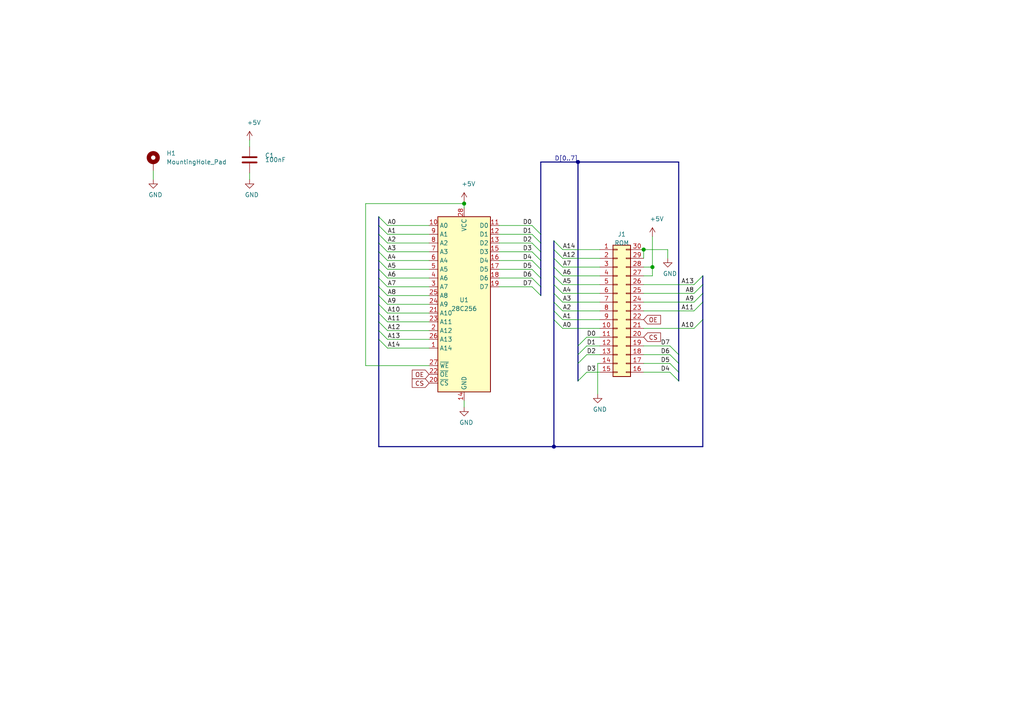
<source format=kicad_sch>
(kicad_sch (version 20201015) (generator eeschema)
  (paper "A4")
  (lib_symbols
    (symbol "Connector_Generic:Conn_02x15_Counter_Clockwise" (pin_names (offset 1.016) hide)
      (property "Reference" "J" (at 1.27 20.32 0))
      (property "Value" "Conn_02x15_Counter_Clockwise" (at 1.27 -20.32 0))
      (symbol "Conn_02x15_Counter_Clockwise_1_1"
        (rectangle (start -1.27 -4.953) (end 0 -5.207) (stroke (width 0.1524)))
        (rectangle (start -1.27 -7.493) (end 0 -7.747) (stroke (width 0.1524)))
        (rectangle (start -1.27 -10.033) (end 0 -10.287) (stroke (width 0.1524)))
        (rectangle (start -1.27 -12.573) (end 0 -12.827) (stroke (width 0.1524)))
        (rectangle (start -1.27 -15.113) (end 0 -15.367) (stroke (width 0.1524)))
        (rectangle (start -1.27 -17.653) (end 0 -17.907) (stroke (width 0.1524)))
        (rectangle (start -1.27 -2.413) (end 0 -2.667) (stroke (width 0.1524)))
        (rectangle (start -1.27 2.667) (end 0 2.413) (stroke (width 0.1524)))
        (rectangle (start -1.27 5.207) (end 0 4.953) (stroke (width 0.1524)))
        (rectangle (start -1.27 7.747) (end 0 7.493) (stroke (width 0.1524)))
        (rectangle (start -1.27 10.287) (end 0 10.033) (stroke (width 0.1524)))
        (rectangle (start -1.27 0.127) (end 0 -0.127) (stroke (width 0.1524)))
        (rectangle (start -1.27 12.827) (end 0 12.573) (stroke (width 0.1524)))
        (rectangle (start -1.27 15.367) (end 0 15.113) (stroke (width 0.1524)))
        (rectangle (start -1.27 17.907) (end 0 17.653) (stroke (width 0.1524)))
        (rectangle (start -1.27 19.05) (end 3.81 -19.05) (stroke (width 0.254)) (fill (type background)))
        (rectangle (start 3.81 -4.953) (end 2.54 -5.207) (stroke (width 0.1524)))
        (rectangle (start 3.81 -7.493) (end 2.54 -7.747) (stroke (width 0.1524)))
        (rectangle (start 3.81 -10.033) (end 2.54 -10.287) (stroke (width 0.1524)))
        (rectangle (start 3.81 -12.573) (end 2.54 -12.827) (stroke (width 0.1524)))
        (rectangle (start 3.81 -15.113) (end 2.54 -15.367) (stroke (width 0.1524)))
        (rectangle (start 3.81 -17.653) (end 2.54 -17.907) (stroke (width 0.1524)))
        (rectangle (start 3.81 -2.413) (end 2.54 -2.667) (stroke (width 0.1524)))
        (rectangle (start 3.81 2.667) (end 2.54 2.413) (stroke (width 0.1524)))
        (rectangle (start 3.81 5.207) (end 2.54 4.953) (stroke (width 0.1524)))
        (rectangle (start 3.81 7.747) (end 2.54 7.493) (stroke (width 0.1524)))
        (rectangle (start 3.81 10.287) (end 2.54 10.033) (stroke (width 0.1524)))
        (rectangle (start 3.81 0.127) (end 2.54 -0.127) (stroke (width 0.1524)))
        (rectangle (start 3.81 12.827) (end 2.54 12.573) (stroke (width 0.1524)))
        (rectangle (start 3.81 15.367) (end 2.54 15.113) (stroke (width 0.1524)))
        (rectangle (start 3.81 17.907) (end 2.54 17.653) (stroke (width 0.1524)))
        (pin passive line (at -5.08 17.78 0) (length 3.81) (name "Pin_1") (number "1"))
        (pin passive line (at -5.08 -5.08 0) (length 3.81) (name "Pin_10") (number "10"))
        (pin passive line (at -5.08 -7.62 0) (length 3.81) (name "Pin_11") (number "11"))
        (pin passive line (at -5.08 -10.16 0) (length 3.81) (name "Pin_12") (number "12"))
        (pin passive line (at -5.08 -12.7 0) (length 3.81) (name "Pin_13") (number "13"))
        (pin passive line (at -5.08 -15.24 0) (length 3.81) (name "Pin_14") (number "14"))
        (pin passive line (at -5.08 -17.78 0) (length 3.81) (name "Pin_15") (number "15"))
        (pin passive line (at 7.62 -17.78 180) (length 3.81) (name "Pin_16") (number "16"))
        (pin passive line (at 7.62 -15.24 180) (length 3.81) (name "Pin_17") (number "17"))
        (pin passive line (at 7.62 -12.7 180) (length 3.81) (name "Pin_18") (number "18"))
        (pin passive line (at 7.62 -10.16 180) (length 3.81) (name "Pin_19") (number "19"))
        (pin passive line (at -5.08 15.24 0) (length 3.81) (name "Pin_2") (number "2"))
        (pin passive line (at 7.62 -7.62 180) (length 3.81) (name "Pin_20") (number "20"))
        (pin passive line (at 7.62 -5.08 180) (length 3.81) (name "Pin_21") (number "21"))
        (pin passive line (at 7.62 -2.54 180) (length 3.81) (name "Pin_22") (number "22"))
        (pin passive line (at 7.62 0 180) (length 3.81) (name "Pin_23") (number "23"))
        (pin passive line (at 7.62 2.54 180) (length 3.81) (name "Pin_24") (number "24"))
        (pin passive line (at 7.62 5.08 180) (length 3.81) (name "Pin_25") (number "25"))
        (pin passive line (at 7.62 7.62 180) (length 3.81) (name "Pin_26") (number "26"))
        (pin passive line (at 7.62 10.16 180) (length 3.81) (name "Pin_27") (number "27"))
        (pin passive line (at 7.62 12.7 180) (length 3.81) (name "Pin_28") (number "28"))
        (pin passive line (at 7.62 15.24 180) (length 3.81) (name "Pin_29") (number "29"))
        (pin passive line (at -5.08 12.7 0) (length 3.81) (name "Pin_3") (number "3"))
        (pin passive line (at 7.62 17.78 180) (length 3.81) (name "Pin_30") (number "30"))
        (pin passive line (at -5.08 10.16 0) (length 3.81) (name "Pin_4") (number "4"))
        (pin passive line (at -5.08 7.62 0) (length 3.81) (name "Pin_5") (number "5"))
        (pin passive line (at -5.08 5.08 0) (length 3.81) (name "Pin_6") (number "6"))
        (pin passive line (at -5.08 2.54 0) (length 3.81) (name "Pin_7") (number "7"))
        (pin passive line (at -5.08 0 0) (length 3.81) (name "Pin_8") (number "8"))
        (pin passive line (at -5.08 -2.54 0) (length 3.81) (name "Pin_9") (number "9"))
      )
    )
    (symbol "Device:C" (pin_numbers hide) (pin_names (offset 0.254))
      (property "Reference" "C" (at 0.635 2.54 0))
      (property "Value" "C" (at 0.635 -2.54 0))
      (symbol "C_0_1"
        (polyline (pts (xy -2.032 -0.762) (xy 2.032 -0.762)) (stroke (width 0.508)))
        (polyline (pts (xy -2.032 0.762) (xy 2.032 0.762)) (stroke (width 0.508)))
      )
      (symbol "C_1_1"
        (pin passive line (at 0 3.81 270) (length 2.794) (name "~") (number "1"))
        (pin passive line (at 0 -3.81 90) (length 2.794) (name "~") (number "2"))
      )
    )
    (symbol "Mechanical:MountingHole_Pad" (pin_numbers hide) (pin_names (offset 1.016) hide)
      (property "Reference" "H" (at 0 6.35 0))
      (property "Value" "MountingHole_Pad" (at 0 4.445 0))
      (symbol "MountingHole_Pad_0_1"
        (circle (center 0 1.27) (radius 1.27) (stroke (width 1.27)))
      )
      (symbol "MountingHole_Pad_1_1"
        (pin input line (at 0 -2.54 90) (length 2.54) (name "1") (number "1"))
      )
    )
    (symbol "Memory_EEPROM:28C256"
      (property "Reference" "U" (at -7.62 26.67 0))
      (property "Value" "28C256" (at 2.54 -26.67 0))
      (symbol "28C256_1_1"
        (rectangle (start -7.62 25.4) (end 7.62 -25.4) (stroke (width 0.254)) (fill (type background)))
        (pin input line (at -10.16 -12.7 0) (length 2.54) (name "A14") (number "1"))
        (pin input line (at -10.16 22.86 0) (length 2.54) (name "A0") (number "10"))
        (pin tri_state line (at 10.16 22.86 180) (length 2.54) (name "D0") (number "11"))
        (pin tri_state line (at 10.16 20.32 180) (length 2.54) (name "D1") (number "12"))
        (pin tri_state line (at 10.16 17.78 180) (length 2.54) (name "D2") (number "13"))
        (pin power_in line (at 0 -27.94 90) (length 2.54) (name "GND") (number "14"))
        (pin tri_state line (at 10.16 15.24 180) (length 2.54) (name "D3") (number "15"))
        (pin tri_state line (at 10.16 12.7 180) (length 2.54) (name "D4") (number "16"))
        (pin tri_state line (at 10.16 10.16 180) (length 2.54) (name "D5") (number "17"))
        (pin tri_state line (at 10.16 7.62 180) (length 2.54) (name "D6") (number "18"))
        (pin tri_state line (at 10.16 5.08 180) (length 2.54) (name "D7") (number "19"))
        (pin input line (at -10.16 -7.62 0) (length 2.54) (name "A12") (number "2"))
        (pin input line (at -10.16 -22.86 0) (length 2.54) (name "~CS") (number "20"))
        (pin input line (at -10.16 -2.54 0) (length 2.54) (name "A10") (number "21"))
        (pin input line (at -10.16 -20.32 0) (length 2.54) (name "~OE") (number "22"))
        (pin input line (at -10.16 -5.08 0) (length 2.54) (name "A11") (number "23"))
        (pin input line (at -10.16 0 0) (length 2.54) (name "A9") (number "24"))
        (pin input line (at -10.16 2.54 0) (length 2.54) (name "A8") (number "25"))
        (pin input line (at -10.16 -10.16 0) (length 2.54) (name "A13") (number "26"))
        (pin input line (at -10.16 -17.78 0) (length 2.54) (name "~WE") (number "27"))
        (pin power_in line (at 0 27.94 270) (length 2.54) (name "VCC") (number "28"))
        (pin input line (at -10.16 5.08 0) (length 2.54) (name "A7") (number "3"))
        (pin input line (at -10.16 7.62 0) (length 2.54) (name "A6") (number "4"))
        (pin input line (at -10.16 10.16 0) (length 2.54) (name "A5") (number "5"))
        (pin input line (at -10.16 12.7 0) (length 2.54) (name "A4") (number "6"))
        (pin input line (at -10.16 15.24 0) (length 2.54) (name "A3") (number "7"))
        (pin input line (at -10.16 17.78 0) (length 2.54) (name "A2") (number "8"))
        (pin input line (at -10.16 20.32 0) (length 2.54) (name "A1") (number "9"))
      )
    )
    (symbol "power:+5V" (power) (pin_names (offset 0))
      (property "Value" "+5V" (at 0 3.556 0))
      (symbol "+5V_0_1"
        (polyline (pts (xy -0.762 1.27) (xy 0 2.54)))
        (polyline (pts (xy 0 0) (xy 0 2.54)))
        (polyline (pts (xy 0 2.54) (xy 0.762 1.27)))
      )
      (symbol "+5V_1_1"
        (pin power_in line (at 0 0 90) (length 0) hide (name "+5V") (number "1"))
      )
    )
    (symbol "power:GND" (power) (pin_names (offset 0))
      (property "Value" "GND" (at 0 -3.81 0))
      (symbol "GND_0_1"
        (polyline (pts (xy 0 0) (xy 0 -1.27) (xy 1.27 -1.27) (xy 0 -2.54) (xy -1.27 -1.27) (xy 0 -1.27)))
      )
      (symbol "GND_1_1"
        (pin power_in line (at 0 0 270) (length 0) hide (name "GND") (number "1"))
      )
    )
  )
  (junction (at 134.62 59.055) (diameter 1.016))
  (junction (at 186.69 72.39) (diameter 1.016))
  (junction (at 189.23 77.47) (diameter 1.016))
  (junction (at 160.655 129.54) (diameter 1.016))
  (junction (at 167.64 46.99) (diameter 1.016))
  (bus_entry (at 109.855 62.865) (size 2.54 2.54) (stroke (width 0.1524)))
  (bus_entry (at 109.855 65.405) (size 2.54 2.54) (stroke (width 0.1524)))
  (bus_entry (at 109.855 67.945) (size 2.54 2.54) (stroke (width 0.1524)))
  (bus_entry (at 109.855 70.485) (size 2.54 2.54) (stroke (width 0.1524)))
  (bus_entry (at 109.855 73.025) (size 2.54 2.54) (stroke (width 0.1524)))
  (bus_entry (at 109.855 75.565) (size 2.54 2.54) (stroke (width 0.1524)))
  (bus_entry (at 109.855 78.105) (size 2.54 2.54) (stroke (width 0.1524)))
  (bus_entry (at 109.855 80.645) (size 2.54 2.54) (stroke (width 0.1524)))
  (bus_entry (at 109.855 83.185) (size 2.54 2.54) (stroke (width 0.1524)))
  (bus_entry (at 109.855 85.725) (size 2.54 2.54) (stroke (width 0.1524)))
  (bus_entry (at 109.855 88.265) (size 2.54 2.54) (stroke (width 0.1524)))
  (bus_entry (at 109.855 90.805) (size 2.54 2.54) (stroke (width 0.1524)))
  (bus_entry (at 109.855 93.345) (size 2.54 2.54) (stroke (width 0.1524)))
  (bus_entry (at 109.855 95.885) (size 2.54 2.54) (stroke (width 0.1524)))
  (bus_entry (at 109.855 98.425) (size 2.54 2.54) (stroke (width 0.1524)))
  (bus_entry (at 154.305 65.405) (size 2.54 2.54) (stroke (width 0.1524)))
  (bus_entry (at 154.305 67.945) (size 2.54 2.54) (stroke (width 0.1524)))
  (bus_entry (at 154.305 70.485) (size 2.54 2.54) (stroke (width 0.1524)))
  (bus_entry (at 154.305 73.025) (size 2.54 2.54) (stroke (width 0.1524)))
  (bus_entry (at 154.305 75.565) (size 2.54 2.54) (stroke (width 0.1524)))
  (bus_entry (at 154.305 78.105) (size 2.54 2.54) (stroke (width 0.1524)))
  (bus_entry (at 154.305 80.645) (size 2.54 2.54) (stroke (width 0.1524)))
  (bus_entry (at 154.305 83.185) (size 2.54 2.54) (stroke (width 0.1524)))
  (bus_entry (at 160.655 69.85) (size 2.54 2.54) (stroke (width 0.1524)))
  (bus_entry (at 160.655 72.39) (size 2.54 2.54) (stroke (width 0.1524)))
  (bus_entry (at 160.655 74.93) (size 2.54 2.54) (stroke (width 0.1524)))
  (bus_entry (at 160.655 77.47) (size 2.54 2.54) (stroke (width 0.1524)))
  (bus_entry (at 160.655 80.01) (size 2.54 2.54) (stroke (width 0.1524)))
  (bus_entry (at 160.655 82.55) (size 2.54 2.54) (stroke (width 0.1524)))
  (bus_entry (at 160.655 85.09) (size 2.54 2.54) (stroke (width 0.1524)))
  (bus_entry (at 160.655 87.63) (size 2.54 2.54) (stroke (width 0.1524)))
  (bus_entry (at 160.655 90.17) (size 2.54 2.54) (stroke (width 0.1524)))
  (bus_entry (at 160.655 92.71) (size 2.54 2.54) (stroke (width 0.1524)))
  (bus_entry (at 167.64 100.33) (size 2.54 -2.54) (stroke (width 0.1524)))
  (bus_entry (at 167.64 102.87) (size 2.54 -2.54) (stroke (width 0.1524)))
  (bus_entry (at 167.64 105.41) (size 2.54 -2.54) (stroke (width 0.1524)))
  (bus_entry (at 167.64 110.49) (size 2.54 -2.54) (stroke (width 0.1524)))
  (bus_entry (at 194.31 100.33) (size 2.54 2.54) (stroke (width 0.1524)))
  (bus_entry (at 194.31 102.87) (size 2.54 2.54) (stroke (width 0.1524)))
  (bus_entry (at 194.31 105.41) (size 2.54 2.54) (stroke (width 0.1524)))
  (bus_entry (at 194.31 107.95) (size 2.54 2.54) (stroke (width 0.1524)))
  (bus_entry (at 201.295 82.55) (size 2.54 -2.54) (stroke (width 0.1524)))
  (bus_entry (at 201.295 85.09) (size 2.54 -2.54) (stroke (width 0.1524)))
  (bus_entry (at 201.295 87.63) (size 2.54 -2.54) (stroke (width 0.1524)))
  (bus_entry (at 201.295 90.17) (size 2.54 -2.54) (stroke (width 0.1524)))
  (bus_entry (at 201.295 95.25) (size 2.54 -2.54) (stroke (width 0.1524)))
  (wire (pts (xy 44.45 49.53) (xy 44.45 52.07)))
  (wire (pts (xy 72.39 40.64) (xy 72.39 42.545)))
  (wire (pts (xy 72.39 50.165) (xy 72.39 52.07)))
  (wire (pts (xy 106.045 59.055) (xy 134.62 59.055)))
  (wire (pts (xy 106.045 106.045) (xy 106.045 59.055)))
  (wire (pts (xy 112.395 65.405) (xy 124.46 65.405)))
  (wire (pts (xy 112.395 67.945) (xy 124.46 67.945)))
  (wire (pts (xy 112.395 70.485) (xy 124.46 70.485)))
  (wire (pts (xy 112.395 73.025) (xy 124.46 73.025)))
  (wire (pts (xy 112.395 75.565) (xy 124.46 75.565)))
  (wire (pts (xy 112.395 78.105) (xy 124.46 78.105)))
  (wire (pts (xy 112.395 80.645) (xy 124.46 80.645)))
  (wire (pts (xy 112.395 83.185) (xy 124.46 83.185)))
  (wire (pts (xy 112.395 85.725) (xy 124.46 85.725)))
  (wire (pts (xy 112.395 88.265) (xy 124.46 88.265)))
  (wire (pts (xy 112.395 90.805) (xy 124.46 90.805)))
  (wire (pts (xy 112.395 93.345) (xy 124.46 93.345)))
  (wire (pts (xy 112.395 95.885) (xy 124.46 95.885)))
  (wire (pts (xy 112.395 98.425) (xy 124.46 98.425)))
  (wire (pts (xy 112.395 100.965) (xy 124.46 100.965)))
  (wire (pts (xy 124.46 106.045) (xy 106.045 106.045)))
  (wire (pts (xy 134.62 58.42) (xy 134.62 59.055)))
  (wire (pts (xy 134.62 59.055) (xy 134.62 60.325)))
  (wire (pts (xy 134.62 116.205) (xy 134.62 118.11)))
  (wire (pts (xy 144.78 65.405) (xy 154.305 65.405)))
  (wire (pts (xy 144.78 67.945) (xy 154.305 67.945)))
  (wire (pts (xy 144.78 70.485) (xy 154.305 70.485)))
  (wire (pts (xy 144.78 73.025) (xy 154.305 73.025)))
  (wire (pts (xy 144.78 75.565) (xy 154.305 75.565)))
  (wire (pts (xy 144.78 78.105) (xy 154.305 78.105)))
  (wire (pts (xy 144.78 80.645) (xy 154.305 80.645)))
  (wire (pts (xy 144.78 83.185) (xy 154.305 83.185)))
  (wire (pts (xy 163.195 72.39) (xy 173.99 72.39)))
  (wire (pts (xy 163.195 74.93) (xy 173.99 74.93)))
  (wire (pts (xy 163.195 77.47) (xy 173.99 77.47)))
  (wire (pts (xy 163.195 80.01) (xy 173.99 80.01)))
  (wire (pts (xy 163.195 82.55) (xy 173.99 82.55)))
  (wire (pts (xy 163.195 85.09) (xy 173.99 85.09)))
  (wire (pts (xy 163.195 87.63) (xy 173.99 87.63)))
  (wire (pts (xy 163.195 90.17) (xy 173.99 90.17)))
  (wire (pts (xy 163.195 92.71) (xy 173.99 92.71)))
  (wire (pts (xy 163.195 95.25) (xy 173.99 95.25)))
  (wire (pts (xy 170.18 97.79) (xy 173.99 97.79)))
  (wire (pts (xy 170.18 100.33) (xy 173.99 100.33)))
  (wire (pts (xy 170.18 102.87) (xy 173.99 102.87)))
  (wire (pts (xy 170.18 107.95) (xy 173.99 107.95)))
  (wire (pts (xy 173.355 105.41) (xy 173.355 114.3)))
  (wire (pts (xy 173.99 105.41) (xy 173.355 105.41)))
  (wire (pts (xy 186.69 72.39) (xy 186.69 74.93)))
  (wire (pts (xy 186.69 72.39) (xy 193.675 72.39)))
  (wire (pts (xy 186.69 80.01) (xy 189.23 80.01)))
  (wire (pts (xy 186.69 82.55) (xy 201.295 82.55)))
  (wire (pts (xy 186.69 85.09) (xy 201.295 85.09)))
  (wire (pts (xy 186.69 87.63) (xy 201.295 87.63)))
  (wire (pts (xy 186.69 90.17) (xy 201.295 90.17)))
  (wire (pts (xy 186.69 95.25) (xy 201.295 95.25)))
  (wire (pts (xy 186.69 100.33) (xy 194.31 100.33)))
  (wire (pts (xy 186.69 102.87) (xy 194.31 102.87)))
  (wire (pts (xy 186.69 105.41) (xy 194.31 105.41)))
  (wire (pts (xy 186.69 107.95) (xy 194.31 107.95)))
  (wire (pts (xy 189.23 68.58) (xy 189.23 77.47)))
  (wire (pts (xy 189.23 77.47) (xy 186.69 77.47)))
  (wire (pts (xy 189.23 80.01) (xy 189.23 77.47)))
  (wire (pts (xy 193.675 72.39) (xy 193.675 74.93)))
  (bus (pts (xy 109.855 62.865) (xy 109.855 65.405)))
  (bus (pts (xy 109.855 65.405) (xy 109.855 67.945)))
  (bus (pts (xy 109.855 67.945) (xy 109.855 70.485)))
  (bus (pts (xy 109.855 70.485) (xy 109.855 73.025)))
  (bus (pts (xy 109.855 73.025) (xy 109.855 75.565)))
  (bus (pts (xy 109.855 75.565) (xy 109.855 78.105)))
  (bus (pts (xy 109.855 78.105) (xy 109.855 80.645)))
  (bus (pts (xy 109.855 80.645) (xy 109.855 83.185)))
  (bus (pts (xy 109.855 83.185) (xy 109.855 85.725)))
  (bus (pts (xy 109.855 85.725) (xy 109.855 88.265)))
  (bus (pts (xy 109.855 88.265) (xy 109.855 90.805)))
  (bus (pts (xy 109.855 90.805) (xy 109.855 93.345)))
  (bus (pts (xy 109.855 93.345) (xy 109.855 95.885)))
  (bus (pts (xy 109.855 95.885) (xy 109.855 98.425)))
  (bus (pts (xy 109.855 98.425) (xy 109.855 129.54)))
  (bus (pts (xy 109.855 129.54) (xy 160.655 129.54)))
  (bus (pts (xy 156.845 46.99) (xy 167.64 46.99)))
  (bus (pts (xy 156.845 67.945) (xy 156.845 46.99)))
  (bus (pts (xy 156.845 70.485) (xy 156.845 67.945)))
  (bus (pts (xy 156.845 73.025) (xy 156.845 70.485)))
  (bus (pts (xy 156.845 75.565) (xy 156.845 73.025)))
  (bus (pts (xy 156.845 78.105) (xy 156.845 75.565)))
  (bus (pts (xy 156.845 80.645) (xy 156.845 78.105)))
  (bus (pts (xy 156.845 83.185) (xy 156.845 80.645)))
  (bus (pts (xy 156.845 85.725) (xy 156.845 83.185)))
  (bus (pts (xy 160.655 69.85) (xy 160.655 72.39)))
  (bus (pts (xy 160.655 72.39) (xy 160.655 74.93)))
  (bus (pts (xy 160.655 74.93) (xy 160.655 77.47)))
  (bus (pts (xy 160.655 77.47) (xy 160.655 80.01)))
  (bus (pts (xy 160.655 80.01) (xy 160.655 82.55)))
  (bus (pts (xy 160.655 82.55) (xy 160.655 85.09)))
  (bus (pts (xy 160.655 85.09) (xy 160.655 87.63)))
  (bus (pts (xy 160.655 87.63) (xy 160.655 90.17)))
  (bus (pts (xy 160.655 90.17) (xy 160.655 92.71)))
  (bus (pts (xy 160.655 92.71) (xy 160.655 129.54)))
  (bus (pts (xy 160.655 129.54) (xy 203.835 129.54)))
  (bus (pts (xy 167.64 46.99) (xy 167.64 100.33)))
  (bus (pts (xy 167.64 46.99) (xy 196.85 46.99)))
  (bus (pts (xy 167.64 100.33) (xy 167.64 102.87)))
  (bus (pts (xy 167.64 102.87) (xy 167.64 105.41)))
  (bus (pts (xy 167.64 105.41) (xy 167.64 110.49)))
  (bus (pts (xy 196.85 46.99) (xy 196.85 102.87)))
  (bus (pts (xy 196.85 102.87) (xy 196.85 105.41)))
  (bus (pts (xy 196.85 105.41) (xy 196.85 107.95)))
  (bus (pts (xy 196.85 107.95) (xy 196.85 110.49)))
  (bus (pts (xy 203.835 80.01) (xy 203.835 82.55)))
  (bus (pts (xy 203.835 82.55) (xy 203.835 85.09)))
  (bus (pts (xy 203.835 85.09) (xy 203.835 87.63)))
  (bus (pts (xy 203.835 87.63) (xy 203.835 92.71)))
  (bus (pts (xy 203.835 92.71) (xy 203.835 129.54)))
  (label "A0" (at 112.395 65.405 0))
  (label "A1" (at 112.395 67.945 0))
  (label "A2" (at 112.395 70.485 0))
  (label "A3" (at 112.395 73.025 0))
  (label "A4" (at 112.395 75.565 0))
  (label "A5" (at 112.395 78.105 0))
  (label "A6" (at 112.395 80.645 0))
  (label "A7" (at 112.395 83.185 0))
  (label "A8" (at 112.395 85.725 0))
  (label "A9" (at 112.395 88.265 0))
  (label "A10" (at 112.395 90.805 0))
  (label "A11" (at 112.395 93.345 0))
  (label "A12" (at 112.395 95.885 0))
  (label "A13" (at 112.395 98.425 0))
  (label "A14" (at 112.395 100.965 0))
  (label "D0" (at 154.305 65.405 180))
  (label "D1" (at 154.305 67.945 180))
  (label "D2" (at 154.305 70.485 180))
  (label "D3" (at 154.305 73.025 180))
  (label "D4" (at 154.305 75.565 180))
  (label "D5" (at 154.305 78.105 180))
  (label "D6" (at 154.305 80.645 180))
  (label "D7" (at 154.305 83.185 180))
  (label "A14" (at 163.195 72.39 0))
  (label "A12" (at 163.195 74.93 0))
  (label "A7" (at 163.195 77.47 0))
  (label "A6" (at 163.195 80.01 0))
  (label "A5" (at 163.195 82.55 0))
  (label "A4" (at 163.195 85.09 0))
  (label "A3" (at 163.195 87.63 0))
  (label "A2" (at 163.195 90.17 0))
  (label "A1" (at 163.195 92.71 0))
  (label "A0" (at 163.195 95.25 0))
  (label "D[0..7]" (at 167.64 46.99 180))
  (label "D0" (at 170.18 97.79 0))
  (label "D1" (at 170.18 100.33 0))
  (label "D2" (at 170.18 102.87 0))
  (label "D3" (at 170.18 107.95 0))
  (label "D7" (at 194.31 100.33 180))
  (label "D6" (at 194.31 102.87 180))
  (label "D5" (at 194.31 105.41 180))
  (label "D4" (at 194.31 107.95 180))
  (label "A13" (at 201.295 82.55 180))
  (label "A8" (at 201.295 85.09 180))
  (label "A9" (at 201.295 87.63 180))
  (label "A11" (at 201.295 90.17 180))
  (label "A10" (at 201.295 95.25 180))
  (global_label "OE" (shape input) (at 124.46 108.585 180) (property "Intersheet References" "${INTERSHEET_REFS}" (effects hide)))
  (global_label "CS" (shape input) (at 124.46 111.125 180) (property "Intersheet References" "${INTERSHEET_REFS}" (effects hide)))
  (global_label "OE" (shape input) (at 186.69 92.71 0) (property "Intersheet References" "${INTERSHEET_REFS}" (effects hide)))
  (global_label "CS" (shape input) (at 186.69 97.79 0) (property "Intersheet References" "${INTERSHEET_REFS}" (effects hide)))
  (symbol (lib_id "power:+5V") (at 72.39 40.64 0) (unit 1)
    (property "Reference" "#PWR0105" (effects hide))
    (property "Value" "+5V" (at 73.66 35.56 0))
  )
  (symbol (lib_id "power:+5V") (at 134.62 58.42 0) (unit 1)
    (property "Reference" "#PWR0101" (effects hide))
    (property "Value" "+5V" (at 135.89 53.34 0))
  )
  (symbol (lib_id "power:+5V") (at 189.23 68.58 0) (unit 1)
    (property "Reference" "#PWR0104" (effects hide))
    (property "Value" "+5V" (at 190.5 63.5 0))
  )
  (symbol (lib_id "power:GND") (at 44.45 52.07 0) (unit 1)
    (property "Reference" "#PWR01" (effects hide))
    (property "Value" "GND" (at 45.085 56.515 0))
  )
  (symbol (lib_id "power:GND") (at 72.39 52.07 0) (unit 1)
    (property "Reference" "#PWR0106" (effects hide))
    (property "Value" "GND" (at 73.025 56.515 0))
  )
  (symbol (lib_id "power:GND") (at 134.62 118.11 0) (unit 1)
    (property "Reference" "#PWR0102" (effects hide))
    (property "Value" "GND" (at 135.255 122.555 0))
  )
  (symbol (lib_id "power:GND") (at 173.355 114.3 0) (unit 1)
    (property "Reference" "#PWR0103" (effects hide))
    (property "Value" "GND" (at 173.99 118.745 0))
  )
  (symbol (lib_id "power:GND") (at 193.675 74.93 0) (unit 1)
    (property "Reference" "#PWR0107" (effects hide))
    (property "Value" "GND" (at 194.31 79.375 0))
  )
  (symbol (lib_id "Mechanical:MountingHole_Pad") (at 44.45 46.99 0) (unit 1)
    (property "Reference" "H1" (at 48.26 44.45 0) (effects (justify left)))
    (property "Value" "MountingHole_Pad" (at 48.26 46.99 0) (effects (justify left)))
    (property "Footprint" "MountingHole:MountingHole_3.2mm_M3" (effects hide))
  )
  (symbol (lib_id "Device:C") (at 72.39 46.355 0) (unit 1)
    (property "Reference" "C1" (at 76.835 45.085 0) (effects (justify left)))
    (property "Value" "100nF" (at 76.835 46.355 0) (effects (justify left)))
    (property "Footprint" "Capacitor_THT:C_Disc_D5.0mm_W2.5mm_P2.50mm" (effects hide))
  )
  (symbol (lib_id "Connector_Generic:Conn_02x15_Counter_Clockwise") (at 179.07 90.17 0) (unit 1)
    (property "Reference" "J1" (at 180.34 67.945 0))
    (property "Value" "ROM" (at 180.34 70.485 0))
    (property "Footprint" "Connector_PinHeader_2.54mm:PinHeader_2x15_P2.54mm_Vertical" (effects hide))
  )
  (symbol (lib_id "Memory_EEPROM:28C256") (at 134.62 88.265 0) (unit 1)
    (property "Reference" "U1" (at 134.62 86.995 0))
    (property "Value" "28C256" (at 134.62 89.535 0))
    (property "Footprint" "Socket:DIP_Socket-28_W11.9_W12.7_W15.24_W17.78_W18.5_3M_228-1277-00-0602J" (effects hide))
    (property "Datasheet" "http://ww1.microchip.com/downloads/en/DeviceDoc/doc0006.pdf" (effects hide))
  )
)
</source>
